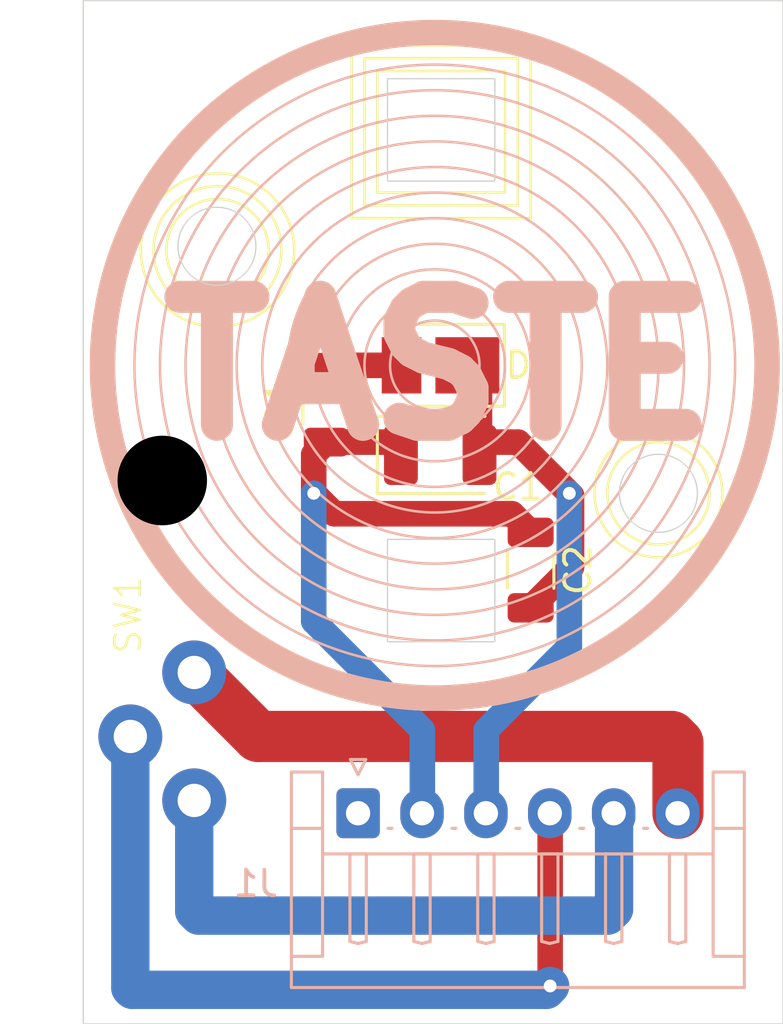
<source format=kicad_pcb>
(kicad_pcb (version 20241229) (generator "pcbnew") (generator_version "9.0")
  (title_block (title "Tasterplatine") (date "2025-03-13") (rev "1") (comment 1 "4079/030501/E"))
  (layers (0 "F.Cu" signal) (2 "B.Cu" signal) (13 "F.Paste" user) (15 "B.Paste" user) (5 "F.SilkS" user "F.Silkscreen") (7 "B.SilkS" user "B.Silkscreen") (1 "F.Mask" user) (3 "B.Mask" user) (25 "Edge.Cuts" user))
  (net 0 "")
  (net 1 "/TASTE")
  (net 2 "/LZ")
  (net 3 "/LS")
  (net 4 "/FREI")
  (net 5 "/+12V")
  (net 6 "/ZE5")
  (net 7 "Net-(D1-A)")
  (footprint "Capacitor_Tantalum_SMD:CP_EIA-3528-12_Kemet-T" (layer "F.Cu") (at 56.4625 64.5)
    (property "Reference" "C1" (at 3.0375 1.25 0) (layer "F.SilkS"))
    (property "Value" "47uF")
    (fp_line (start -2.46 -1.51) (end -2.46 1.51) (stroke (width 0.12)) (layer "F.SilkS"))
    (fp_line (start -2.46 1.51) (end 1.75 1.51) (stroke (width 0.12)) (layer "F.SilkS"))
    (fp_line (start 1.75 -1.51) (end -2.46 -1.51) (stroke (width 0.12)) (layer "F.SilkS"))
    (pad "1" smd roundrect (at -1.5375 0) (size 1.325 2.35) (layers "F.Cu" "F.Mask" "F.Paste") (roundrect_rratio 0.188679) (net 3 "/LS"))
    (pad "2" smd roundrect (at 1.5375 0) (size 1.325 2.35) (layers "F.Cu" "F.Mask" "F.Paste") (roundrect_rratio 0.188679) (net 2 "/LZ"))
  )
  (footprint "Capacitor_SMD:C_1206_3216Metric" (layer "F.Cu") (at 60 69 -90)
    (property "Reference" "C2" (at 0 -1.85 90) (layer "F.SilkS"))
    (property "Value" "1uF")
    (fp_line (start -0.711252 0.91) (end 0.711252 0.91) (stroke (width 0.12)) (layer "F.SilkS"))
    (fp_line (start -0.711252 -0.91) (end 0.711252 -0.91) (stroke (width 0.12)) (layer "F.SilkS"))
    (pad "1" smd roundrect (at -1.475 0 270) (size 1.15 1.8) (layers "F.Cu" "F.Mask" "F.Paste") (roundrect_rratio 0.217391) (net 3 "/LS"))
    (pad "2" smd roundrect (at 1.475 0 270) (size 1.15 1.8) (layers "F.Cu" "F.Mask" "F.Paste") (roundrect_rratio 0.217391) (net 2 "/LZ"))
  )
  (footprint "Resistor_SMD:R_1206_3216Metric" (layer "F.Cu") (at 52 62.5375 90)
    (property "Reference" "R1" (at 0 -1.82 90) (layer "F.SilkS"))
    (property "Value" "100")
    (fp_line (start -0.727064 -0.91) (end 0.727064 -0.91) (stroke (width 0.12)) (layer "F.SilkS"))
    (fp_line (start -0.727064 0.91) (end 0.727064 0.91) (stroke (width 0.12)) (layer "F.SilkS"))
    (pad "1" smd roundrect (at -1.4625 0 90) (size 1.125 1.75) (layers "F.Cu" "F.Mask" "F.Paste") (roundrect_rratio 0.222222) (net 3 "/LS"))
    (pad "2" smd roundrect (at 1.4625 0 90) (size 1.125 1.75) (layers "F.Cu" "F.Mask" "F.Paste") (roundrect_rratio 0.222222) (net 7 "Net-(D1-A)"))
  )
  (footprint "LED_SMD:LED_PLCC_2835_Handsoldering" (layer "F.Cu") (at 56.475 61 180)
    (property "Reference" "D1" (at -3.525 0 0) (layer "F.SilkS"))
    (property "Value" "LED")
    (fp_line (start 1.4 1.6) (end -2.5 1.6) (stroke (width 0.12)) (layer "F.SilkS"))
    (fp_line (start 1.4 -1.6) (end -2.5 -1.6) (stroke (width 0.12)) (layer "F.SilkS"))
    (fp_line (start -2.5 -1.6) (end -2.5 1.6) (stroke (width 0.12)) (layer "F.SilkS"))
    (pad "1" smd rect (at -1.05 0 180) (size 2.5 2.2) (layers "F.Cu" "F.Mask" "F.Paste") (net 2 "/LZ"))
    (pad "2" smd rect (at 1.525 0 180) (size 1.55 2.2) (layers "F.Cu" "F.Mask" "F.Paste") (net 7 "Net-(D1-A)"))
  )
  (footprint "Taster:Marquardt1010" (layer "F.Cu") (at 45.589 73 90)
    (property "Reference" "SW1" (at 2.25 -1.339 90) (layer "F.SilkS") (effects (font (thickness 0.1))))
    (property "Value" "Marquardt 1010.8502")
    (pad "" np_thru_hole circle (at 7.5 0 90) (size 3.5 3.5) (drill 3.5) (layers))
    (pad "1" thru_hole circle (at -5 1.25 90) (size 2.5 2.5) (drill 1.3) (layers "*.Cu" "*.Mask") (net 6 "/ZE5"))
    (pad "2" thru_hole circle (at -2.5 -1.25 90) (size 2.5 2.5) (drill 1.3) (layers "*.Cu" "*.Mask") (net 5 "/+12V"))
    (pad "3" thru_hole circle (at 0 1.25 90) (size 2.5 2.5) (drill 1.3) (layers "*.Cu" "*.Mask") (net 1 "/TASTE"))
  )
  (footprint "Connector_JST:JST_EH_S6B-EH_1x06_P2.50mm_Horizontal" (layer "B.Cu") (at 53.25 78.5)
    (property "Reference" "J1" (at -4 2.75 0) (layer "B.SilkS") (effects (justify mirror)))
    (property "Value" "2,5 MSFW 06")
    (fp_line (start -2.61 -1.61) (end -2.61 6.81) (stroke (width 0.12)) (layer "B.SilkS"))
    (fp_line (start -2.61 5.59) (end -1.39 5.59) (stroke (width 0.12)) (layer "B.SilkS"))
    (fp_line (start -2.61 6.81) (end 15.11 6.81) (stroke (width 0.12)) (layer "B.SilkS"))
    (fp_line (start -1.39 -1.61) (end -2.61 -1.61) (stroke (width 0.12)) (layer "B.SilkS"))
    (fp_line (start -1.39 0.59) (end -2.61 0.59) (stroke (width 0.12)) (layer "B.SilkS"))
    (fp_line (start -1.39 0.59) (end -1.39 -1.61) (stroke (width 0.12)) (layer "B.SilkS"))
    (fp_line (start -1.39 1.59) (end 13.89 1.59) (stroke (width 0.12)) (layer "B.SilkS"))
    (fp_line (start -1.39 5.59) (end -1.39 0.59) (stroke (width 0.12)) (layer "B.SilkS"))
    (fp_line (start -0.32 1.59) (end -0.32 5.01) (stroke (width 0.12)) (layer "B.SilkS"))
    (fp_line (start -0.32 5.01) (end 0 5.09) (stroke (width 0.12)) (layer "B.SilkS"))
    (fp_line (start -0.3 -2.1) (end 0.3 -2.1) (stroke (width 0.12)) (layer "B.SilkS"))
    (fp_line (start 0 -1.5) (end -0.3 -2.1) (stroke (width 0.12)) (layer "B.SilkS"))
    (fp_line (start 0 1.59) (end -0.32 1.59) (stroke (width 0.12)) (layer "B.SilkS"))
    (fp_line (start 0 5.09) (end 0.32 5.01) (stroke (width 0.12)) (layer "B.SilkS"))
    (fp_line (start 0.3 -2.1) (end 0 -1.5) (stroke (width 0.12)) (layer "B.SilkS"))
    (fp_line (start 0.32 1.59) (end 0 1.59) (stroke (width 0.12)) (layer "B.SilkS"))
    (fp_line (start 0.32 5.01) (end 0.32 1.59) (stroke (width 0.12)) (layer "B.SilkS"))
    (fp_line (start 1.17 0.59) (end 1.33 0.59) (stroke (width 0.12)) (layer "B.SilkS"))
    (fp_line (start 2.18 1.59) (end 2.18 5.01) (stroke (width 0.12)) (layer "B.SilkS"))
    (fp_line (start 2.18 5.01) (end 2.5 5.09) (stroke (width 0.12)) (layer "B.SilkS"))
    (fp_line (start 2.5 1.59) (end 2.18 1.59) (stroke (width 0.12)) (layer "B.SilkS"))
    (fp_line (start 2.5 5.09) (end 2.82 5.01) (stroke (width 0.12)) (layer "B.SilkS"))
    (fp_line (start 2.82 1.59) (end 2.5 1.59) (stroke (width 0.12)) (layer "B.SilkS"))
    (fp_line (start 2.82 5.01) (end 2.82 1.59) (stroke (width 0.12)) (layer "B.SilkS"))
    (fp_line (start 3.67 0.59) (end 3.83 0.59) (stroke (width 0.12)) (layer "B.SilkS"))
    (fp_line (start 4.68 1.59) (end 4.68 5.01) (stroke (width 0.12)) (layer "B.SilkS"))
    (fp_line (start 4.68 5.01) (end 5 5.09) (stroke (width 0.12)) (layer "B.SilkS"))
    (fp_line (start 5 1.59) (end 4.68 1.59) (stroke (width 0.12)) (layer "B.SilkS"))
    (fp_line (start 5 5.09) (end 5.32 5.01) (stroke (width 0.12)) (layer "B.SilkS"))
    (fp_line (start 5.32 1.59) (end 5 1.59) (stroke (width 0.12)) (layer "B.SilkS"))
    (fp_line (start 5.32 5.01) (end 5.32 1.59) (stroke (width 0.12)) (layer "B.SilkS"))
    (fp_line (start 6.17 0.59) (end 6.33 0.59) (stroke (width 0.12)) (layer "B.SilkS"))
    (fp_line (start 7.18 1.59) (end 7.18 5.01) (stroke (width 0.12)) (layer "B.SilkS"))
    (fp_line (start 7.18 5.01) (end 7.5 5.09) (stroke (width 0.12)) (layer "B.SilkS"))
    (fp_line (start 7.5 1.59) (end 7.18 1.59) (stroke (width 0.12)) (layer "B.SilkS"))
    (fp_line (start 7.5 5.09) (end 7.82 5.01) (stroke (width 0.12)) (layer "B.SilkS"))
    (fp_line (start 7.82 1.59) (end 7.5 1.59) (stroke (width 0.12)) (layer "B.SilkS"))
    (fp_line (start 7.82 5.01) (end 7.82 1.59) (stroke (width 0.12)) (layer "B.SilkS"))
    (fp_line (start 8.67 0.59) (end 8.83 0.59) (stroke (width 0.12)) (layer "B.SilkS"))
    (fp_line (start 9.68 1.59) (end 9.68 5.01) (stroke (width 0.12)) (layer "B.SilkS"))
    (fp_line (start 9.68 5.01) (end 10 5.09) (stroke (width 0.12)) (layer "B.SilkS"))
    (fp_line (start 10 1.59) (end 9.68 1.59) (stroke (width 0.12)) (layer "B.SilkS"))
    (fp_line (start 10 5.09) (end 10.32 5.01) (stroke (width 0.12)) (layer "B.SilkS"))
    (fp_line (start 10.32 1.59) (end 10 1.59) (stroke (width 0.12)) (layer "B.SilkS"))
    (fp_line (start 10.32 5.01) (end 10.32 1.59) (stroke (width 0.12)) (layer "B.SilkS"))
    (fp_line (start 11.17 0.59) (end 11.33 0.59) (stroke (width 0.12)) (layer "B.SilkS"))
    (fp_line (start 12.18 1.59) (end 12.18 5.01) (stroke (width 0.12)) (layer "B.SilkS"))
    (fp_line (start 12.18 5.01) (end 12.5 5.09) (stroke (width 0.12)) (layer "B.SilkS"))
    (fp_line (start 12.5 1.59) (end 12.18 1.59) (stroke (width 0.12)) (layer "B.SilkS"))
    (fp_line (start 12.5 5.09) (end 12.82 5.01) (stroke (width 0.12)) (layer "B.SilkS"))
    (fp_line (start 12.82 1.59) (end 12.5 1.59) (stroke (width 0.12)) (layer "B.SilkS"))
    (fp_line (start 12.82 5.01) (end 12.82 1.59) (stroke (width 0.12)) (layer "B.SilkS"))
    (fp_line (start 13.89 -1.61) (end 13.89 0.59) (stroke (width 0.12)) (layer "B.SilkS"))
    (fp_line (start 13.89 0.59) (end 15.11 0.59) (stroke (width 0.12)) (layer "B.SilkS"))
    (fp_line (start 13.89 5.59) (end 13.89 0.59) (stroke (width 0.12)) (layer "B.SilkS"))
    (fp_line (start 15.11 -1.61) (end 13.89 -1.61) (stroke (width 0.12)) (layer "B.SilkS"))
    (fp_line (start 15.11 5.59) (end 13.89 5.59) (stroke (width 0.12)) (layer "B.SilkS"))
    (fp_line (start 15.11 6.81) (end 15.11 -1.61) (stroke (width 0.12)) (layer "B.SilkS"))
    (pad "1" thru_hole roundrect (at 0 0) (size 1.7 1.95) (drill 0.95) (layers "*.Cu" "*.Mask") (roundrect_rratio 0.147059) (net 4 "/FREI"))
    (pad "2" thru_hole oval (at 2.5 0) (size 1.7 1.95) (drill 0.95) (layers "*.Cu" "*.Mask") (net 3 "/LS"))
    (pad "3" thru_hole oval (at 5 0) (size 1.7 1.95) (drill 0.95) (layers "*.Cu" "*.Mask") (net 2 "/LZ"))
    (pad "4" thru_hole oval (at 7.5 0) (size 1.7 1.95) (drill 0.95) (layers "*.Cu" "*.Mask") (net 5 "/+12V"))
    (pad "5" thru_hole oval (at 10 0) (size 1.7 1.95) (drill 0.95) (layers "*.Cu" "*.Mask") (net 6 "/ZE5"))
    (pad "6" thru_hole oval (at 12.5 0) (size 1.7 1.95) (drill 0.95) (layers "*.Cu" "*.Mask") (net 1 "/TASTE"))
  )
  (gr_rect (start 53.5 49) (end 59.5 54.75) (stroke (width 0.1)) (fill no) (layer "F.SilkS"))
  (gr_circle (center 47.75 56.5) (end 49.75 56.5) (stroke (width 0.1)) (fill no) (layer "F.SilkS"))
  (gr_circle (center 47.75 56.5) (end 50.75 56.5) (stroke (width 0.1)) (fill no) (layer "F.SilkS"))
  (gr_rect (start 54 49.5) (end 59 54.25) (stroke (width 0.1)) (fill no) (layer "F.SilkS"))
  (gr_circle (center 47.75 56.5) (end 50.25 56.5) (stroke (width 0.1)) (fill no) (layer "F.SilkS"))
  (gr_circle (center 56.25 61) (end 69.25 61) (stroke (width 1)) (fill no) (layer "F.SilkS"))
  (gr_circle (center 65 66) (end 67 66) (stroke (width 0.1)) (fill no) (layer "F.SilkS"))
  (gr_rect (start 53 48.5) (end 60 55.25) (stroke (width 0.1)) (fill no) (layer "F.SilkS"))
  (gr_circle (center 65 66) (end 67.5 66) (stroke (width 0.1)) (fill no) (layer "F.SilkS"))
  (gr_circle (center 56.25 61) (end 58 61) (stroke (width 0.1)) (fill no) (layer "B.SilkS"))
  (gr_circle (center 56.25 61) (end 68 61) (stroke (width 0.1)) (fill no) (layer "B.SilkS"))
  (gr_circle (center 56.25 61) (end 67 61) (stroke (width 0.1)) (fill no) (layer "B.SilkS"))
  (gr_circle (center 56.25 61) (end 59 61) (stroke (width 0.1)) (fill no) (layer "B.SilkS"))
  (gr_circle (center 56.25 61) (end 63 61) (stroke (width 0.1)) (fill no) (layer "B.SilkS"))
  (gr_circle (center 56.25 61) (end 65 61) (stroke (width 0.1)) (fill no) (layer "B.SilkS"))
  (gr_circle (center 56.25 61) (end 43.25 61) (stroke (width 1)) (fill no) (layer "B.SilkS"))
  (gr_circle (center 56.25 61) (end 61 61) (stroke (width 0.1)) (fill no) (layer "B.SilkS"))
  (gr_circle (center 56.25 61) (end 64 61) (stroke (width 0.1)) (fill no) (layer "B.SilkS"))
  (gr_circle (center 56.25 61) (end 62 61) (stroke (width 0.1)) (fill no) (layer "B.SilkS"))
  (gr_circle (center 56.25 61) (end 60 61) (stroke (width 0.1)) (fill no) (layer "B.SilkS"))
  (gr_circle (center 56.25 61) (end 66 61) (stroke (width 0.1)) (fill no) (layer "B.SilkS"))
  (gr_rect (start 54.4 67.8) (end 58.6 71.8) (stroke (width 0.05)) (fill no) (layer "Edge.Cuts"))
  (gr_rect (start 54.4 49.8) (end 58.6 53.8) (stroke (width 0.05)) (fill no) (layer "Edge.Cuts"))
  (gr_circle (center 47.728 56.348) (end 49.252 56.348) (stroke (width 0.05)) (fill no) (layer "Edge.Cuts"))
  (gr_rect (start 42.498 46.75) (end 69.872 86.728) (stroke (width 0.05)) (fill no) (layer "Edge.Cuts"))
  (gr_circle (center 65 66) (end 66.524 66) (stroke (width 0.05)) (fill no) (layer "Edge.Cuts"))
  (gr_text "TASTE" (at 45 64 0) (layer "F.SilkS") (effects (font (size 5 5) (thickness 1.25) (bold yes)) (justify left bottom)))
  (gr_text "TASTE" (at 45 64 0) (layer "B.SilkS") (effects (font (size 5 5) (thickness 1.25) (bold yes)) (justify left bottom)))
  (segment (start 65.514 75.5) (end 49.339 75.5) (width 2) (layer "F.Cu") (net 1))
  (segment (start 49.339 75.5) (end 46.839 73) (width 2) (layer "F.Cu") (net 1))
  (segment (start 65.764 75.75) (end 65.514 75.5) (width 2) (layer "F.Cu") (net 1))
  (segment (start 65.764 78.5) (end 65.764 75.75) (width 2) (layer "F.Cu") (net 1))
  (segment (start 60 70.475) (end 61.601 68.874) (width 1) (layer "F.Cu") (net 2))
  (segment (start 61.601 68.874) (end 61.601 66.087) (width 1) (layer "F.Cu") (net 2))
  (segment (start 61.514 66) (end 59.514 64) (width 1) (layer "F.Cu") (net 2))
  (segment (start 59.514 64) (end 58 64) (width 1) (layer "F.Cu") (net 2))
  (segment (start 58 64) (end 58 60.475) (width 1) (layer "F.Cu") (net 2))
  (segment (start 61.601 66.087) (end 61.514 66) (width 1) (layer "F.Cu") (net 2))
  (via (at 61.514 66) (size 1) (drill 0.5) (layers "F.Cu" "B.Cu") (net 2))
  (segment (start 58.264 78.5) (end 58.264 75.25) (width 1) (layer "B.Cu") (net 2))
  (segment (start 61.514 72) (end 61.514 66) (width 1) (layer "B.Cu") (net 2))
  (segment (start 58.264 75.25) (end 61.514 72) (width 1) (layer "B.Cu") (net 2))
  (segment (start 52 64) (end 54.925 64) (width 1) (layer "F.Cu") (net 3))
  (segment (start 52.313 66.799) (end 59.274 66.799) (width 1) (layer "F.Cu") (net 3))
  (segment (start 51.514 64.486) (end 52 64) (width 1) (layer "F.Cu") (net 3))
  (segment (start 51.514 66) (end 51.514 64.486) (width 1) (layer "F.Cu") (net 3))
  (segment (start 51.514 66) (end 52.313 66.799) (width 1) (layer "F.Cu") (net 3))
  (segment (start 59.274 66.799) (end 60 67.525) (width 1) (layer "F.Cu") (net 3))
  (via (at 51.514 66) (size 1) (drill 0.5) (layers "F.Cu" "B.Cu") (net 3))
  (segment (start 55.764 75.25) (end 51.514 71) (width 1) (layer "B.Cu") (net 3))
  (segment (start 55.764 78.5) (end 55.764 75.25) (width 1) (layer "B.Cu") (net 3))
  (segment (start 51.514 71) (end 51.514 66) (width 1) (layer "B.Cu") (net 3))
  (segment (start 60.764 78.5) (end 60.764 85.25) (width 1) (layer "F.Cu") (net 5))
  (via (at 60.764 85.25) (size 1) (drill 0.5) (layers "F.Cu" "B.Cu") (net 5))
  (segment (start 44.414 85.4) (end 60.614 85.4) (width 1.5) (layer "B.Cu") (net 5))
  (segment (start 44.339 85.325) (end 44.414 85.4) (width 1.5) (layer "B.Cu") (net 5))
  (segment (start 44.339 75.5) (end 44.339 85.325) (width 1.5) (layer "B.Cu") (net 5))
  (segment (start 60.614 85.4) (end 60.764 85.25) (width 1.5) (layer "B.Cu") (net 5))
  (segment (start 46.839 78) (end 46.839 82.325) (width 1.5) (layer "B.Cu") (net 6))
  (segment (start 46.839 82.325) (end 47.014 82.5) (width 1.5) (layer "B.Cu") (net 6))
  (segment (start 47.014 82.5) (end 63.014 82.5) (width 1.5) (layer "B.Cu") (net 6))
  (segment (start 63.014 82.5) (end 63.264 82.25) (width 1.5) (layer "B.Cu") (net 6))
  (segment (start 63.264 82.25) (end 63.264 78.5) (width 1.5) (layer "B.Cu") (net 6))
  (segment (start 52 61.075) (end 52.075 61) (width 1) (layer "F.Cu") (net 7))
  (segment (start 52.075 61) (end 54.95 61) (width 1) (layer "F.Cu") (net 7))
)
</source>
